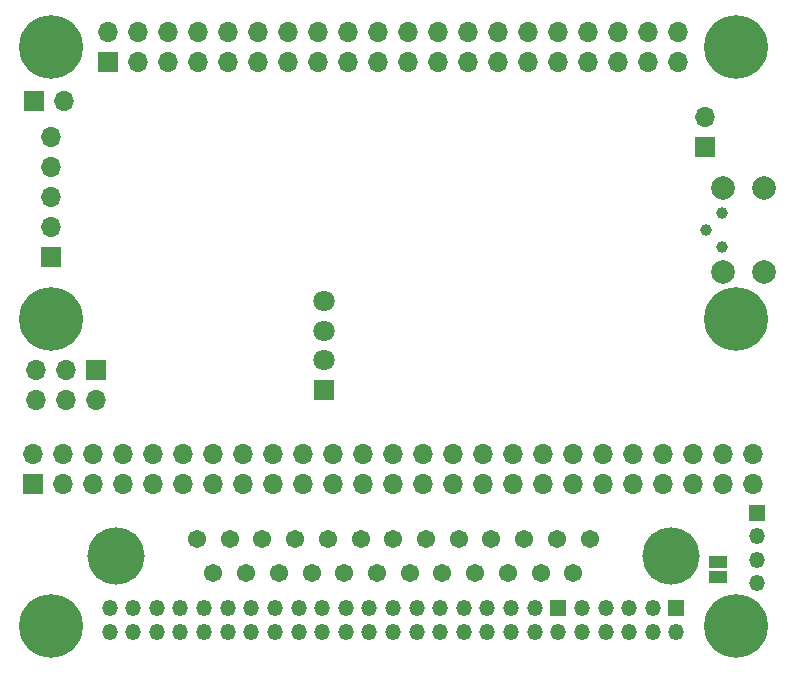
<source format=gbs>
G04 #@! TF.GenerationSoftware,KiCad,Pcbnew,(5.1.9-16-g1737927814)-1*
G04 #@! TF.CreationDate,2021-08-01T21:15:59-05:00*
G04 #@! TF.ProjectId,rascsi_2p4,72617363-7369-45f3-9270-342e6b696361,rev?*
G04 #@! TF.SameCoordinates,Original*
G04 #@! TF.FileFunction,Soldermask,Bot*
G04 #@! TF.FilePolarity,Negative*
%FSLAX46Y46*%
G04 Gerber Fmt 4.6, Leading zero omitted, Abs format (unit mm)*
G04 Created by KiCad (PCBNEW (5.1.9-16-g1737927814)-1) date 2021-08-01 21:15:59*
%MOMM*%
%LPD*%
G01*
G04 APERTURE LIST*
%ADD10C,1.800000*%
%ADD11R,1.800000X1.800000*%
%ADD12O,1.700000X1.700000*%
%ADD13R,1.700000X1.700000*%
%ADD14C,4.845000*%
%ADD15C,1.545000*%
%ADD16O,1.350000X1.350000*%
%ADD17R,1.350000X1.350000*%
%ADD18R,1.500000X1.000000*%
%ADD19C,1.000000*%
%ADD20C,2.000000*%
%ADD21C,0.800000*%
%ADD22C,5.400000*%
G04 APERTURE END LIST*
D10*
X201110000Y-67500000D03*
X201110000Y-70000000D03*
X201110000Y-72500000D03*
D11*
X201110000Y-75000000D03*
D12*
X176730000Y-75840000D03*
X176730000Y-73300000D03*
X179270000Y-75840000D03*
X179270000Y-73300000D03*
X181810000Y-75840000D03*
D13*
X181810000Y-73300000D03*
D14*
X183481600Y-89050000D03*
X230521600Y-89050000D03*
D15*
X191766600Y-90470000D03*
X194536600Y-90470000D03*
X197306600Y-90470000D03*
X200076600Y-90470000D03*
X202846600Y-90470000D03*
X205616600Y-90470000D03*
X208386600Y-90470000D03*
X211156600Y-90470000D03*
X213926600Y-90470000D03*
X216696600Y-90470000D03*
X219466600Y-90470000D03*
X222236600Y-90470000D03*
X190381600Y-87630000D03*
X193151600Y-87630000D03*
X195921600Y-87630000D03*
X198691600Y-87630000D03*
X201461600Y-87630000D03*
X204231600Y-87630000D03*
X207001600Y-87630000D03*
X209771600Y-87630000D03*
X212541600Y-87630000D03*
X215311600Y-87630000D03*
X218081600Y-87630000D03*
X220851600Y-87630000D03*
X223621600Y-87630000D03*
D16*
X182972000Y-95488000D03*
X182972000Y-93488000D03*
X184972000Y-95488000D03*
X184972000Y-93488000D03*
X186972000Y-95488000D03*
X186972000Y-93488000D03*
X188972000Y-95488000D03*
X188972000Y-93488000D03*
X190972000Y-95488000D03*
X190972000Y-93488000D03*
X192972000Y-95488000D03*
X192972000Y-93488000D03*
X194972000Y-95488000D03*
X194972000Y-93488000D03*
X196972000Y-95488000D03*
X196972000Y-93488000D03*
X198972000Y-95488000D03*
X198972000Y-93488000D03*
X200972000Y-95488000D03*
X200972000Y-93488000D03*
X202972000Y-95488000D03*
X202972000Y-93488000D03*
X204972000Y-95488000D03*
X204972000Y-93488000D03*
X206972000Y-95488000D03*
X206972000Y-93488000D03*
X208972000Y-95488000D03*
X208972000Y-93488000D03*
X210972000Y-95488000D03*
X210972000Y-93488000D03*
X212972000Y-95488000D03*
X212972000Y-93488000D03*
X214972000Y-95488000D03*
X214972000Y-93488000D03*
X216972000Y-95488000D03*
X216972000Y-93488000D03*
X218972000Y-95488000D03*
X218972000Y-93488000D03*
X220972000Y-95488000D03*
D17*
X220972000Y-93488000D03*
D16*
X222972000Y-95488000D03*
X222972000Y-93488000D03*
X224972000Y-95488000D03*
X224972000Y-93488000D03*
X226972000Y-95488000D03*
X226972000Y-93488000D03*
X228972000Y-95488000D03*
X228972000Y-93488000D03*
X230972000Y-95488000D03*
D17*
X230972000Y-93488000D03*
D16*
X237830000Y-91392000D03*
X237830000Y-89392000D03*
X237830000Y-87392000D03*
D17*
X237830000Y-85392000D03*
D18*
X234528000Y-89536000D03*
X234528000Y-90836000D03*
D12*
X237426500Y-80454500D03*
X237426500Y-82994500D03*
X234886500Y-80454500D03*
X234886500Y-82994500D03*
X232346500Y-80454500D03*
X232346500Y-82994500D03*
X229806500Y-80454500D03*
X229806500Y-82994500D03*
X227266500Y-80454500D03*
X227266500Y-82994500D03*
X224726500Y-80454500D03*
X224726500Y-82994500D03*
X222186500Y-80454500D03*
X222186500Y-82994500D03*
X219646500Y-80454500D03*
X219646500Y-82994500D03*
X217106500Y-80454500D03*
X217106500Y-82994500D03*
X214566500Y-80454500D03*
X214566500Y-82994500D03*
X212026500Y-80454500D03*
X212026500Y-82994500D03*
X209486500Y-80454500D03*
X209486500Y-82994500D03*
X206946500Y-80454500D03*
X206946500Y-82994500D03*
X204406500Y-80454500D03*
X204406500Y-82994500D03*
X201866500Y-80454500D03*
X201866500Y-82994500D03*
X199326500Y-80454500D03*
X199326500Y-82994500D03*
X196786500Y-80454500D03*
X196786500Y-82994500D03*
X194246500Y-80454500D03*
X194246500Y-82994500D03*
X191706500Y-80454500D03*
X191706500Y-82994500D03*
X189166500Y-80454500D03*
X189166500Y-82994500D03*
X186626500Y-80454500D03*
X186626500Y-82994500D03*
X184086500Y-80454500D03*
X184086500Y-82994500D03*
X181546500Y-80454500D03*
X181546500Y-82994500D03*
X179006500Y-80454500D03*
X179006500Y-82994500D03*
X176466500Y-80454500D03*
D13*
X176466500Y-82994500D03*
D19*
X234850000Y-60050000D03*
X233460000Y-61460000D03*
X234850000Y-62910000D03*
D20*
X234905000Y-65035000D03*
X234905000Y-57885000D03*
X238355000Y-57885000D03*
X238355000Y-65035000D03*
D12*
X233426000Y-51943000D03*
D13*
X233426000Y-54483000D03*
D12*
X179120000Y-50520000D03*
D13*
X176580000Y-50520000D03*
D12*
X231130000Y-44730000D03*
X231130000Y-47270000D03*
X228590000Y-44730000D03*
X228590000Y-47270000D03*
X226050000Y-44730000D03*
X226050000Y-47270000D03*
X223510000Y-44730000D03*
X223510000Y-47270000D03*
X220970000Y-44730000D03*
X220970000Y-47270000D03*
X218430000Y-44730000D03*
X218430000Y-47270000D03*
X215890000Y-44730000D03*
X215890000Y-47270000D03*
X213350000Y-44730000D03*
X213350000Y-47270000D03*
X210810000Y-44730000D03*
X210810000Y-47270000D03*
X208270000Y-44730000D03*
X208270000Y-47270000D03*
X205730000Y-44730000D03*
X205730000Y-47270000D03*
X203190000Y-44730000D03*
X203190000Y-47270000D03*
X200650000Y-44730000D03*
X200650000Y-47270000D03*
X198110000Y-44730000D03*
X198110000Y-47270000D03*
X195570000Y-44730000D03*
X195570000Y-47270000D03*
X193030000Y-44730000D03*
X193030000Y-47270000D03*
X190490000Y-44730000D03*
X190490000Y-47270000D03*
X187950000Y-44730000D03*
X187950000Y-47270000D03*
X185410000Y-44730000D03*
X185410000Y-47270000D03*
X182870000Y-44730000D03*
D13*
X182870000Y-47270000D03*
D21*
X237431891Y-44568109D03*
X236000000Y-43975000D03*
X234568109Y-44568109D03*
X233975000Y-46000000D03*
X234568109Y-47431891D03*
X236000000Y-48025000D03*
X237431891Y-47431891D03*
X238025000Y-46000000D03*
D22*
X236000000Y-46000000D03*
D21*
X179431891Y-44568109D03*
X178000000Y-43975000D03*
X176568109Y-44568109D03*
X175975000Y-46000000D03*
X176568109Y-47431891D03*
X178000000Y-48025000D03*
X179431891Y-47431891D03*
X180025000Y-46000000D03*
D22*
X178000000Y-46000000D03*
D12*
X178010000Y-53620000D03*
X178010000Y-56160000D03*
X178010000Y-58700000D03*
X178010000Y-61240000D03*
D13*
X178010000Y-63780000D03*
D21*
X237431891Y-93568109D03*
X236000000Y-92975000D03*
X234568109Y-93568109D03*
X233975000Y-95000000D03*
X234568109Y-96431891D03*
X236000000Y-97025000D03*
X237431891Y-96431891D03*
X238025000Y-95000000D03*
D22*
X236000000Y-95000000D03*
D21*
X179431891Y-93568109D03*
X178000000Y-92975000D03*
X176568109Y-93568109D03*
X175975000Y-95000000D03*
X176568109Y-96431891D03*
X178000000Y-97025000D03*
X179431891Y-96431891D03*
X180025000Y-95000000D03*
D22*
X178000000Y-95000000D03*
D21*
X237431891Y-67568109D03*
X236000000Y-66975000D03*
X234568109Y-67568109D03*
X233975000Y-69000000D03*
X234568109Y-70431891D03*
X236000000Y-71025000D03*
X237431891Y-70431891D03*
X238025000Y-69000000D03*
D22*
X236000000Y-69000000D03*
D21*
X179431891Y-67568109D03*
X178000000Y-66975000D03*
X176568109Y-67568109D03*
X175975000Y-69000000D03*
X176568109Y-70431891D03*
X178000000Y-71025000D03*
X179431891Y-70431891D03*
X180025000Y-69000000D03*
D22*
X178000000Y-69000000D03*
M02*

</source>
